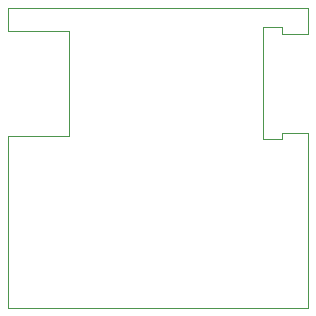
<source format=gm1>
%TF.GenerationSoftware,KiCad,Pcbnew,(5.1.7)-1*%
%TF.CreationDate,2020-11-18T22:53:05+01:00*%
%TF.ProjectId,twonkie,74776f6e-6b69-4652-9e6b-696361645f70,rev?*%
%TF.SameCoordinates,PX448d510PY20b3950*%
%TF.FileFunction,Profile,NP*%
%FSLAX46Y46*%
G04 Gerber Fmt 4.6, Leading zero omitted, Abs format (unit mm)*
G04 Created by KiCad (PCBNEW (5.1.7)-1) date 2020-11-18 22:53:05*
%MOMM*%
%LPD*%
G01*
G04 APERTURE LIST*
%TA.AperFunction,Profile*%
%ADD10C,0.050000*%
%TD*%
%TA.AperFunction,Profile*%
%ADD11C,0.120000*%
%TD*%
G04 APERTURE END LIST*
D10*
X5207000Y-10795000D02*
X0Y-10795000D01*
X0Y0D02*
X0Y-1905000D01*
X0Y-1905000D02*
X5207000Y-1905000D01*
X5207000Y-1905000D02*
X5207000Y-10795000D01*
X25400000Y-25400000D02*
X0Y-25400000D01*
X25400000Y-12700000D02*
X25400000Y-25400000D01*
X25400000Y0D02*
X0Y0D01*
X0Y-10795000D02*
X0Y-25400000D01*
D11*
%TO.C,J1*%
X25400000Y-2150000D02*
X25400000Y0D01*
X23190000Y-2150000D02*
X25400000Y-2150000D01*
X23190000Y-2150000D02*
X23190000Y-1600000D01*
X21590000Y-1600000D02*
X23190000Y-1600000D01*
X21590000Y-11100000D02*
X21590000Y-1600000D01*
X25400000Y-10550000D02*
X25400000Y-12700000D01*
X23190000Y-10550000D02*
X25400000Y-10550000D01*
X23190000Y-10550000D02*
X23190000Y-11100000D01*
X21590000Y-11100000D02*
X23190000Y-11100000D01*
%TD*%
M02*

</source>
